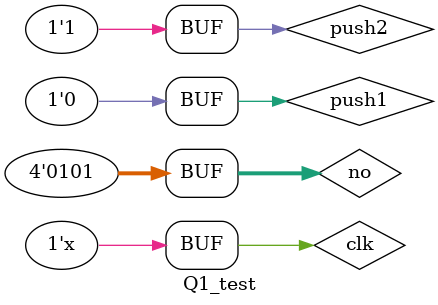
<source format=v>
`timescale 1ns / 1ps


module Q1_test;

	// Inputs
	reg [3:0] no;
	reg push1;
	reg push2;
	reg clk;

	// Outputs
	wire ledpin;

	// Instantiate the Unit Under Test (UUT)
	Q1 uut (
		.no(no), 
		.push1(push1), 
		.push2(push2), 
		.clk(clk), 
		.ledpin(ledpin)
	);

	initial begin
		// Initialize Inputs
		no = 0;
		push1 = 0;
		push2 = 0;
		clk = 0;

		// Wait 100 ns for global reset to finish
		#100;
        
		// Add stimulus here

	end
	always begin
		#10 clk = !clk;
		push1 = 1;
		push2 = 0;
		no = 4'b1010;
		#10 clk = !clk;
		#10 clk = !clk;
		push2 = 1;
		push1 = 0;
		no = 4'b1010;
		
		#10 clk = !clk;
		#10 clk = !clk;
		push1 = 1;
		push2 = 0;
		no = 4'b1011;
		#10 clk = !clk;
		#10 clk = !clk;
		push2 = 1;
		push1 = 0;
		no = 4'b1010;
		
		#10 clk = !clk;
		#10 clk = !clk;
		push1 = 1;
		push2 = 0;
		no = 4'b0011;
		#10 clk = !clk;
		#10 clk = !clk;
		push2 = 1;
		push1 = 0;
		no = 4'b0011;
		
		#10 clk = !clk;
		#10 clk = !clk;
		push1 = 1;
		push2 = 0;
		no = 4'b0101;
		#10 clk = !clk;
		#10 clk = !clk;
		push2 = 1;
		push1 = 0;
		no = 4'b0010;
		
		#10 clk = !clk;
		#10 clk = !clk;
		push1 = 1;
		push2 = 0;
		no = 4'b0101;
		#10 clk = !clk;
		#10 clk = !clk;
		push2 = 1;
		push1 = 0;
		no = 4'b0101;

		#10 clk = !clk;
	end
      
endmodule


</source>
